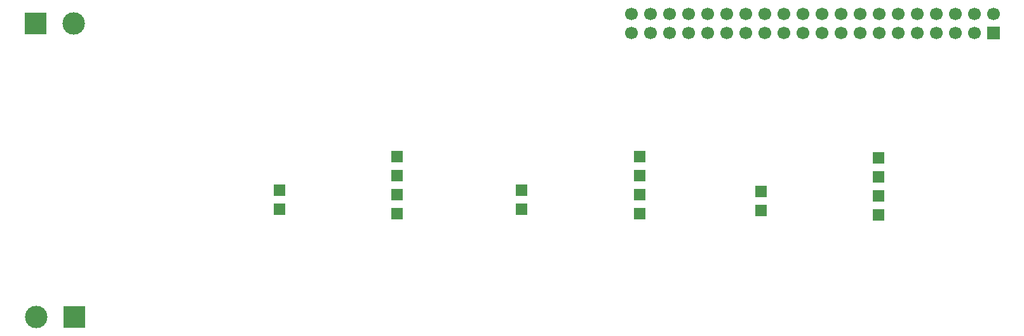
<source format=gbr>
%TF.GenerationSoftware,KiCad,Pcbnew,9.0.2*%
%TF.CreationDate,2025-06-30T20:10:24+02:00*%
%TF.ProjectId,fl-ctl,666c2d63-746c-42e6-9b69-6361645f7063,rev?*%
%TF.SameCoordinates,Original*%
%TF.FileFunction,Soldermask,Bot*%
%TF.FilePolarity,Negative*%
%FSLAX46Y46*%
G04 Gerber Fmt 4.6, Leading zero omitted, Abs format (unit mm)*
G04 Created by KiCad (PCBNEW 9.0.2) date 2025-06-30 20:10:24*
%MOMM*%
%LPD*%
G01*
G04 APERTURE LIST*
%ADD10R,3.000000X3.000000*%
%ADD11C,3.000000*%
%ADD12R,1.700000X1.700000*%
%ADD13C,1.700000*%
%ADD14R,1.500000X1.500000*%
G04 APERTURE END LIST*
D10*
%TO.C,J7*%
X93450000Y-120200000D03*
D11*
X88370000Y-120200000D03*
%TD*%
D12*
%TO.C,J2*%
X215980000Y-82340000D03*
D13*
X215980000Y-79800000D03*
X213440000Y-82340000D03*
X213440000Y-79800000D03*
X210900000Y-82340000D03*
X210900000Y-79800000D03*
X208360000Y-82340000D03*
X208360000Y-79800000D03*
X205820000Y-82340000D03*
X205820000Y-79800000D03*
X203280000Y-82340000D03*
X203280000Y-79800000D03*
X200740000Y-82340000D03*
X200740000Y-79800000D03*
X198200000Y-82340000D03*
X198200000Y-79800000D03*
X195660000Y-82340000D03*
X195660000Y-79800000D03*
X193120000Y-82340000D03*
X193120000Y-79800000D03*
X190580000Y-82340000D03*
X190580000Y-79800000D03*
X188040000Y-82340000D03*
X188040000Y-79800000D03*
X185500000Y-82340000D03*
X185500000Y-79800000D03*
X182960000Y-82340000D03*
X182960000Y-79800000D03*
X180420000Y-82340000D03*
X180420000Y-79800000D03*
X177880000Y-82340000D03*
X177880000Y-79800000D03*
X175340000Y-82340000D03*
X175340000Y-79800000D03*
X172800000Y-82340000D03*
X172800000Y-79800000D03*
X170260000Y-82340000D03*
X170260000Y-79800000D03*
X167720000Y-82340000D03*
X167720000Y-79800000D03*
%TD*%
D14*
%TO.C,KR2*%
X168800000Y-98800000D03*
X168800000Y-101340000D03*
X168800000Y-103880000D03*
X168800000Y-106420000D03*
X153100000Y-103300000D03*
X153100000Y-105840000D03*
%TD*%
%TO.C,KR1*%
X136500000Y-98800000D03*
X136500000Y-101340000D03*
X136500000Y-103880000D03*
X136500000Y-106420000D03*
X120800000Y-103300000D03*
X120800000Y-105840000D03*
%TD*%
%TO.C,KR3*%
X200700000Y-99000000D03*
X200700000Y-101540000D03*
X200700000Y-104080000D03*
X200700000Y-106620000D03*
X185000000Y-103500000D03*
X185000000Y-106040000D03*
%TD*%
D10*
%TO.C,J1*%
X88320000Y-81000000D03*
D11*
X93400000Y-81000000D03*
%TD*%
M02*

</source>
